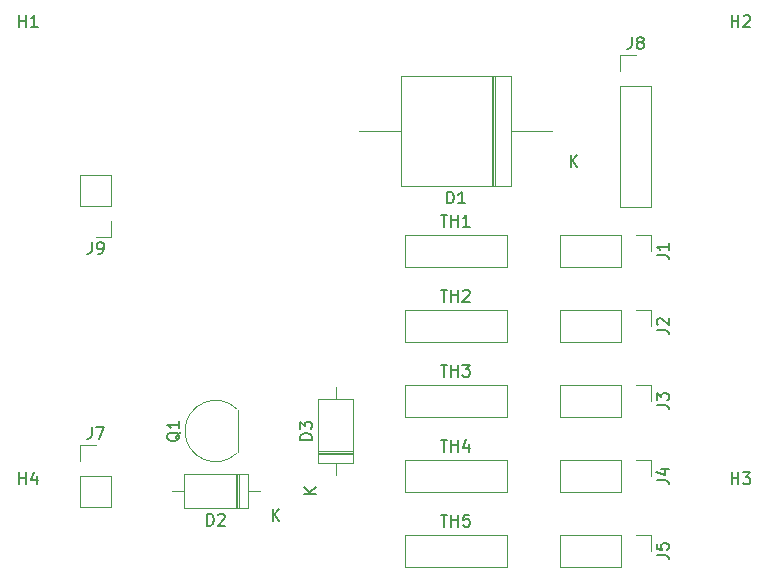
<source format=gbr>
%TF.GenerationSoftware,KiCad,Pcbnew,7.0.9*%
%TF.CreationDate,2024-02-06T23:46:10-08:00*%
%TF.ProjectId,AaronMotorDriver,4161726f-6e4d-46f7-946f-724472697665,rev?*%
%TF.SameCoordinates,Original*%
%TF.FileFunction,Legend,Top*%
%TF.FilePolarity,Positive*%
%FSLAX46Y46*%
G04 Gerber Fmt 4.6, Leading zero omitted, Abs format (unit mm)*
G04 Created by KiCad (PCBNEW 7.0.9) date 2024-02-06 23:46:10*
%MOMM*%
%LPD*%
G01*
G04 APERTURE LIST*
%ADD10C,0.150000*%
%ADD11C,0.120000*%
G04 APERTURE END LIST*
D10*
X100203095Y-111189819D02*
X100203095Y-110189819D01*
X100203095Y-110666009D02*
X100774523Y-110666009D01*
X100774523Y-111189819D02*
X100774523Y-110189819D01*
X101679285Y-110523152D02*
X101679285Y-111189819D01*
X101441190Y-110142200D02*
X101203095Y-110856485D01*
X101203095Y-110856485D02*
X101822142Y-110856485D01*
X160528095Y-111189819D02*
X160528095Y-110189819D01*
X160528095Y-110666009D02*
X161099523Y-110666009D01*
X161099523Y-111189819D02*
X161099523Y-110189819D01*
X161480476Y-110189819D02*
X162099523Y-110189819D01*
X162099523Y-110189819D02*
X161766190Y-110570771D01*
X161766190Y-110570771D02*
X161909047Y-110570771D01*
X161909047Y-110570771D02*
X162004285Y-110618390D01*
X162004285Y-110618390D02*
X162051904Y-110666009D01*
X162051904Y-110666009D02*
X162099523Y-110761247D01*
X162099523Y-110761247D02*
X162099523Y-110999342D01*
X162099523Y-110999342D02*
X162051904Y-111094580D01*
X162051904Y-111094580D02*
X162004285Y-111142200D01*
X162004285Y-111142200D02*
X161909047Y-111189819D01*
X161909047Y-111189819D02*
X161623333Y-111189819D01*
X161623333Y-111189819D02*
X161528095Y-111142200D01*
X161528095Y-111142200D02*
X161480476Y-111094580D01*
X160528095Y-72454819D02*
X160528095Y-71454819D01*
X160528095Y-71931009D02*
X161099523Y-71931009D01*
X161099523Y-72454819D02*
X161099523Y-71454819D01*
X161528095Y-71550057D02*
X161575714Y-71502438D01*
X161575714Y-71502438D02*
X161670952Y-71454819D01*
X161670952Y-71454819D02*
X161909047Y-71454819D01*
X161909047Y-71454819D02*
X162004285Y-71502438D01*
X162004285Y-71502438D02*
X162051904Y-71550057D01*
X162051904Y-71550057D02*
X162099523Y-71645295D01*
X162099523Y-71645295D02*
X162099523Y-71740533D01*
X162099523Y-71740533D02*
X162051904Y-71883390D01*
X162051904Y-71883390D02*
X161480476Y-72454819D01*
X161480476Y-72454819D02*
X162099523Y-72454819D01*
X100203095Y-72454819D02*
X100203095Y-71454819D01*
X100203095Y-71931009D02*
X100774523Y-71931009D01*
X100774523Y-72454819D02*
X100774523Y-71454819D01*
X101774523Y-72454819D02*
X101203095Y-72454819D01*
X101488809Y-72454819D02*
X101488809Y-71454819D01*
X101488809Y-71454819D02*
X101393571Y-71597676D01*
X101393571Y-71597676D02*
X101298333Y-71692914D01*
X101298333Y-71692914D02*
X101203095Y-71740533D01*
X135874286Y-113774819D02*
X136445714Y-113774819D01*
X136160000Y-114774819D02*
X136160000Y-113774819D01*
X136779048Y-114774819D02*
X136779048Y-113774819D01*
X136779048Y-114251009D02*
X137350476Y-114251009D01*
X137350476Y-114774819D02*
X137350476Y-113774819D01*
X138302857Y-113774819D02*
X137826667Y-113774819D01*
X137826667Y-113774819D02*
X137779048Y-114251009D01*
X137779048Y-114251009D02*
X137826667Y-114203390D01*
X137826667Y-114203390D02*
X137921905Y-114155771D01*
X137921905Y-114155771D02*
X138160000Y-114155771D01*
X138160000Y-114155771D02*
X138255238Y-114203390D01*
X138255238Y-114203390D02*
X138302857Y-114251009D01*
X138302857Y-114251009D02*
X138350476Y-114346247D01*
X138350476Y-114346247D02*
X138350476Y-114584342D01*
X138350476Y-114584342D02*
X138302857Y-114679580D01*
X138302857Y-114679580D02*
X138255238Y-114727200D01*
X138255238Y-114727200D02*
X138160000Y-114774819D01*
X138160000Y-114774819D02*
X137921905Y-114774819D01*
X137921905Y-114774819D02*
X137826667Y-114727200D01*
X137826667Y-114727200D02*
X137779048Y-114679580D01*
X135874286Y-107424819D02*
X136445714Y-107424819D01*
X136160000Y-108424819D02*
X136160000Y-107424819D01*
X136779048Y-108424819D02*
X136779048Y-107424819D01*
X136779048Y-107901009D02*
X137350476Y-107901009D01*
X137350476Y-108424819D02*
X137350476Y-107424819D01*
X138255238Y-107758152D02*
X138255238Y-108424819D01*
X138017143Y-107377200D02*
X137779048Y-108091485D01*
X137779048Y-108091485D02*
X138398095Y-108091485D01*
X135874286Y-101074819D02*
X136445714Y-101074819D01*
X136160000Y-102074819D02*
X136160000Y-101074819D01*
X136779048Y-102074819D02*
X136779048Y-101074819D01*
X136779048Y-101551009D02*
X137350476Y-101551009D01*
X137350476Y-102074819D02*
X137350476Y-101074819D01*
X137731429Y-101074819D02*
X138350476Y-101074819D01*
X138350476Y-101074819D02*
X138017143Y-101455771D01*
X138017143Y-101455771D02*
X138160000Y-101455771D01*
X138160000Y-101455771D02*
X138255238Y-101503390D01*
X138255238Y-101503390D02*
X138302857Y-101551009D01*
X138302857Y-101551009D02*
X138350476Y-101646247D01*
X138350476Y-101646247D02*
X138350476Y-101884342D01*
X138350476Y-101884342D02*
X138302857Y-101979580D01*
X138302857Y-101979580D02*
X138255238Y-102027200D01*
X138255238Y-102027200D02*
X138160000Y-102074819D01*
X138160000Y-102074819D02*
X137874286Y-102074819D01*
X137874286Y-102074819D02*
X137779048Y-102027200D01*
X137779048Y-102027200D02*
X137731429Y-101979580D01*
X135874286Y-94724819D02*
X136445714Y-94724819D01*
X136160000Y-95724819D02*
X136160000Y-94724819D01*
X136779048Y-95724819D02*
X136779048Y-94724819D01*
X136779048Y-95201009D02*
X137350476Y-95201009D01*
X137350476Y-95724819D02*
X137350476Y-94724819D01*
X137779048Y-94820057D02*
X137826667Y-94772438D01*
X137826667Y-94772438D02*
X137921905Y-94724819D01*
X137921905Y-94724819D02*
X138160000Y-94724819D01*
X138160000Y-94724819D02*
X138255238Y-94772438D01*
X138255238Y-94772438D02*
X138302857Y-94820057D01*
X138302857Y-94820057D02*
X138350476Y-94915295D01*
X138350476Y-94915295D02*
X138350476Y-95010533D01*
X138350476Y-95010533D02*
X138302857Y-95153390D01*
X138302857Y-95153390D02*
X137731429Y-95724819D01*
X137731429Y-95724819D02*
X138350476Y-95724819D01*
X135874286Y-88374819D02*
X136445714Y-88374819D01*
X136160000Y-89374819D02*
X136160000Y-88374819D01*
X136779048Y-89374819D02*
X136779048Y-88374819D01*
X136779048Y-88851009D02*
X137350476Y-88851009D01*
X137350476Y-89374819D02*
X137350476Y-88374819D01*
X138350476Y-89374819D02*
X137779048Y-89374819D01*
X138064762Y-89374819D02*
X138064762Y-88374819D01*
X138064762Y-88374819D02*
X137969524Y-88517676D01*
X137969524Y-88517676D02*
X137874286Y-88612914D01*
X137874286Y-88612914D02*
X137779048Y-88660533D01*
X113830057Y-106775238D02*
X113782438Y-106870476D01*
X113782438Y-106870476D02*
X113687200Y-106965714D01*
X113687200Y-106965714D02*
X113544342Y-107108571D01*
X113544342Y-107108571D02*
X113496723Y-107203809D01*
X113496723Y-107203809D02*
X113496723Y-107299047D01*
X113734819Y-107251428D02*
X113687200Y-107346666D01*
X113687200Y-107346666D02*
X113591961Y-107441904D01*
X113591961Y-107441904D02*
X113401485Y-107489523D01*
X113401485Y-107489523D02*
X113068152Y-107489523D01*
X113068152Y-107489523D02*
X112877676Y-107441904D01*
X112877676Y-107441904D02*
X112782438Y-107346666D01*
X112782438Y-107346666D02*
X112734819Y-107251428D01*
X112734819Y-107251428D02*
X112734819Y-107060952D01*
X112734819Y-107060952D02*
X112782438Y-106965714D01*
X112782438Y-106965714D02*
X112877676Y-106870476D01*
X112877676Y-106870476D02*
X113068152Y-106822857D01*
X113068152Y-106822857D02*
X113401485Y-106822857D01*
X113401485Y-106822857D02*
X113591961Y-106870476D01*
X113591961Y-106870476D02*
X113687200Y-106965714D01*
X113687200Y-106965714D02*
X113734819Y-107060952D01*
X113734819Y-107060952D02*
X113734819Y-107251428D01*
X113734819Y-105870476D02*
X113734819Y-106441904D01*
X113734819Y-106156190D02*
X112734819Y-106156190D01*
X112734819Y-106156190D02*
X112877676Y-106251428D01*
X112877676Y-106251428D02*
X112972914Y-106346666D01*
X112972914Y-106346666D02*
X113020533Y-106441904D01*
X106346666Y-90684819D02*
X106346666Y-91399104D01*
X106346666Y-91399104D02*
X106299047Y-91541961D01*
X106299047Y-91541961D02*
X106203809Y-91637200D01*
X106203809Y-91637200D02*
X106060952Y-91684819D01*
X106060952Y-91684819D02*
X105965714Y-91684819D01*
X106870476Y-91684819D02*
X107060952Y-91684819D01*
X107060952Y-91684819D02*
X107156190Y-91637200D01*
X107156190Y-91637200D02*
X107203809Y-91589580D01*
X107203809Y-91589580D02*
X107299047Y-91446723D01*
X107299047Y-91446723D02*
X107346666Y-91256247D01*
X107346666Y-91256247D02*
X107346666Y-90875295D01*
X107346666Y-90875295D02*
X107299047Y-90780057D01*
X107299047Y-90780057D02*
X107251428Y-90732438D01*
X107251428Y-90732438D02*
X107156190Y-90684819D01*
X107156190Y-90684819D02*
X106965714Y-90684819D01*
X106965714Y-90684819D02*
X106870476Y-90732438D01*
X106870476Y-90732438D02*
X106822857Y-90780057D01*
X106822857Y-90780057D02*
X106775238Y-90875295D01*
X106775238Y-90875295D02*
X106775238Y-91113390D01*
X106775238Y-91113390D02*
X106822857Y-91208628D01*
X106822857Y-91208628D02*
X106870476Y-91256247D01*
X106870476Y-91256247D02*
X106965714Y-91303866D01*
X106965714Y-91303866D02*
X107156190Y-91303866D01*
X107156190Y-91303866D02*
X107251428Y-91256247D01*
X107251428Y-91256247D02*
X107299047Y-91208628D01*
X107299047Y-91208628D02*
X107346666Y-91113390D01*
X152066666Y-73324819D02*
X152066666Y-74039104D01*
X152066666Y-74039104D02*
X152019047Y-74181961D01*
X152019047Y-74181961D02*
X151923809Y-74277200D01*
X151923809Y-74277200D02*
X151780952Y-74324819D01*
X151780952Y-74324819D02*
X151685714Y-74324819D01*
X152685714Y-73753390D02*
X152590476Y-73705771D01*
X152590476Y-73705771D02*
X152542857Y-73658152D01*
X152542857Y-73658152D02*
X152495238Y-73562914D01*
X152495238Y-73562914D02*
X152495238Y-73515295D01*
X152495238Y-73515295D02*
X152542857Y-73420057D01*
X152542857Y-73420057D02*
X152590476Y-73372438D01*
X152590476Y-73372438D02*
X152685714Y-73324819D01*
X152685714Y-73324819D02*
X152876190Y-73324819D01*
X152876190Y-73324819D02*
X152971428Y-73372438D01*
X152971428Y-73372438D02*
X153019047Y-73420057D01*
X153019047Y-73420057D02*
X153066666Y-73515295D01*
X153066666Y-73515295D02*
X153066666Y-73562914D01*
X153066666Y-73562914D02*
X153019047Y-73658152D01*
X153019047Y-73658152D02*
X152971428Y-73705771D01*
X152971428Y-73705771D02*
X152876190Y-73753390D01*
X152876190Y-73753390D02*
X152685714Y-73753390D01*
X152685714Y-73753390D02*
X152590476Y-73801009D01*
X152590476Y-73801009D02*
X152542857Y-73848628D01*
X152542857Y-73848628D02*
X152495238Y-73943866D01*
X152495238Y-73943866D02*
X152495238Y-74134342D01*
X152495238Y-74134342D02*
X152542857Y-74229580D01*
X152542857Y-74229580D02*
X152590476Y-74277200D01*
X152590476Y-74277200D02*
X152685714Y-74324819D01*
X152685714Y-74324819D02*
X152876190Y-74324819D01*
X152876190Y-74324819D02*
X152971428Y-74277200D01*
X152971428Y-74277200D02*
X153019047Y-74229580D01*
X153019047Y-74229580D02*
X153066666Y-74134342D01*
X153066666Y-74134342D02*
X153066666Y-73943866D01*
X153066666Y-73943866D02*
X153019047Y-73848628D01*
X153019047Y-73848628D02*
X152971428Y-73801009D01*
X152971428Y-73801009D02*
X152876190Y-73753390D01*
X106346666Y-106344819D02*
X106346666Y-107059104D01*
X106346666Y-107059104D02*
X106299047Y-107201961D01*
X106299047Y-107201961D02*
X106203809Y-107297200D01*
X106203809Y-107297200D02*
X106060952Y-107344819D01*
X106060952Y-107344819D02*
X105965714Y-107344819D01*
X106727619Y-106344819D02*
X107394285Y-106344819D01*
X107394285Y-106344819D02*
X106965714Y-107344819D01*
X154184819Y-117173333D02*
X154899104Y-117173333D01*
X154899104Y-117173333D02*
X155041961Y-117220952D01*
X155041961Y-117220952D02*
X155137200Y-117316190D01*
X155137200Y-117316190D02*
X155184819Y-117459047D01*
X155184819Y-117459047D02*
X155184819Y-117554285D01*
X154184819Y-116220952D02*
X154184819Y-116697142D01*
X154184819Y-116697142D02*
X154661009Y-116744761D01*
X154661009Y-116744761D02*
X154613390Y-116697142D01*
X154613390Y-116697142D02*
X154565771Y-116601904D01*
X154565771Y-116601904D02*
X154565771Y-116363809D01*
X154565771Y-116363809D02*
X154613390Y-116268571D01*
X154613390Y-116268571D02*
X154661009Y-116220952D01*
X154661009Y-116220952D02*
X154756247Y-116173333D01*
X154756247Y-116173333D02*
X154994342Y-116173333D01*
X154994342Y-116173333D02*
X155089580Y-116220952D01*
X155089580Y-116220952D02*
X155137200Y-116268571D01*
X155137200Y-116268571D02*
X155184819Y-116363809D01*
X155184819Y-116363809D02*
X155184819Y-116601904D01*
X155184819Y-116601904D02*
X155137200Y-116697142D01*
X155137200Y-116697142D02*
X155089580Y-116744761D01*
X154184819Y-110823333D02*
X154899104Y-110823333D01*
X154899104Y-110823333D02*
X155041961Y-110870952D01*
X155041961Y-110870952D02*
X155137200Y-110966190D01*
X155137200Y-110966190D02*
X155184819Y-111109047D01*
X155184819Y-111109047D02*
X155184819Y-111204285D01*
X154518152Y-109918571D02*
X155184819Y-109918571D01*
X154137200Y-110156666D02*
X154851485Y-110394761D01*
X154851485Y-110394761D02*
X154851485Y-109775714D01*
X154184819Y-104473333D02*
X154899104Y-104473333D01*
X154899104Y-104473333D02*
X155041961Y-104520952D01*
X155041961Y-104520952D02*
X155137200Y-104616190D01*
X155137200Y-104616190D02*
X155184819Y-104759047D01*
X155184819Y-104759047D02*
X155184819Y-104854285D01*
X154184819Y-104092380D02*
X154184819Y-103473333D01*
X154184819Y-103473333D02*
X154565771Y-103806666D01*
X154565771Y-103806666D02*
X154565771Y-103663809D01*
X154565771Y-103663809D02*
X154613390Y-103568571D01*
X154613390Y-103568571D02*
X154661009Y-103520952D01*
X154661009Y-103520952D02*
X154756247Y-103473333D01*
X154756247Y-103473333D02*
X154994342Y-103473333D01*
X154994342Y-103473333D02*
X155089580Y-103520952D01*
X155089580Y-103520952D02*
X155137200Y-103568571D01*
X155137200Y-103568571D02*
X155184819Y-103663809D01*
X155184819Y-103663809D02*
X155184819Y-103949523D01*
X155184819Y-103949523D02*
X155137200Y-104044761D01*
X155137200Y-104044761D02*
X155089580Y-104092380D01*
X154184819Y-98123333D02*
X154899104Y-98123333D01*
X154899104Y-98123333D02*
X155041961Y-98170952D01*
X155041961Y-98170952D02*
X155137200Y-98266190D01*
X155137200Y-98266190D02*
X155184819Y-98409047D01*
X155184819Y-98409047D02*
X155184819Y-98504285D01*
X154280057Y-97694761D02*
X154232438Y-97647142D01*
X154232438Y-97647142D02*
X154184819Y-97551904D01*
X154184819Y-97551904D02*
X154184819Y-97313809D01*
X154184819Y-97313809D02*
X154232438Y-97218571D01*
X154232438Y-97218571D02*
X154280057Y-97170952D01*
X154280057Y-97170952D02*
X154375295Y-97123333D01*
X154375295Y-97123333D02*
X154470533Y-97123333D01*
X154470533Y-97123333D02*
X154613390Y-97170952D01*
X154613390Y-97170952D02*
X155184819Y-97742380D01*
X155184819Y-97742380D02*
X155184819Y-97123333D01*
X154184819Y-91773333D02*
X154899104Y-91773333D01*
X154899104Y-91773333D02*
X155041961Y-91820952D01*
X155041961Y-91820952D02*
X155137200Y-91916190D01*
X155137200Y-91916190D02*
X155184819Y-92059047D01*
X155184819Y-92059047D02*
X155184819Y-92154285D01*
X155184819Y-90773333D02*
X155184819Y-91344761D01*
X155184819Y-91059047D02*
X154184819Y-91059047D01*
X154184819Y-91059047D02*
X154327676Y-91154285D01*
X154327676Y-91154285D02*
X154422914Y-91249523D01*
X154422914Y-91249523D02*
X154470533Y-91344761D01*
X124984819Y-107418094D02*
X123984819Y-107418094D01*
X123984819Y-107418094D02*
X123984819Y-107179999D01*
X123984819Y-107179999D02*
X124032438Y-107037142D01*
X124032438Y-107037142D02*
X124127676Y-106941904D01*
X124127676Y-106941904D02*
X124222914Y-106894285D01*
X124222914Y-106894285D02*
X124413390Y-106846666D01*
X124413390Y-106846666D02*
X124556247Y-106846666D01*
X124556247Y-106846666D02*
X124746723Y-106894285D01*
X124746723Y-106894285D02*
X124841961Y-106941904D01*
X124841961Y-106941904D02*
X124937200Y-107037142D01*
X124937200Y-107037142D02*
X124984819Y-107179999D01*
X124984819Y-107179999D02*
X124984819Y-107418094D01*
X123984819Y-106513332D02*
X123984819Y-105894285D01*
X123984819Y-105894285D02*
X124365771Y-106227618D01*
X124365771Y-106227618D02*
X124365771Y-106084761D01*
X124365771Y-106084761D02*
X124413390Y-105989523D01*
X124413390Y-105989523D02*
X124461009Y-105941904D01*
X124461009Y-105941904D02*
X124556247Y-105894285D01*
X124556247Y-105894285D02*
X124794342Y-105894285D01*
X124794342Y-105894285D02*
X124889580Y-105941904D01*
X124889580Y-105941904D02*
X124937200Y-105989523D01*
X124937200Y-105989523D02*
X124984819Y-106084761D01*
X124984819Y-106084761D02*
X124984819Y-106370475D01*
X124984819Y-106370475D02*
X124937200Y-106465713D01*
X124937200Y-106465713D02*
X124889580Y-106513332D01*
X125354819Y-112021904D02*
X124354819Y-112021904D01*
X125354819Y-111450476D02*
X124783390Y-111879047D01*
X124354819Y-111450476D02*
X124926247Y-112021904D01*
X116101905Y-114684819D02*
X116101905Y-113684819D01*
X116101905Y-113684819D02*
X116340000Y-113684819D01*
X116340000Y-113684819D02*
X116482857Y-113732438D01*
X116482857Y-113732438D02*
X116578095Y-113827676D01*
X116578095Y-113827676D02*
X116625714Y-113922914D01*
X116625714Y-113922914D02*
X116673333Y-114113390D01*
X116673333Y-114113390D02*
X116673333Y-114256247D01*
X116673333Y-114256247D02*
X116625714Y-114446723D01*
X116625714Y-114446723D02*
X116578095Y-114541961D01*
X116578095Y-114541961D02*
X116482857Y-114637200D01*
X116482857Y-114637200D02*
X116340000Y-114684819D01*
X116340000Y-114684819D02*
X116101905Y-114684819D01*
X117054286Y-113780057D02*
X117101905Y-113732438D01*
X117101905Y-113732438D02*
X117197143Y-113684819D01*
X117197143Y-113684819D02*
X117435238Y-113684819D01*
X117435238Y-113684819D02*
X117530476Y-113732438D01*
X117530476Y-113732438D02*
X117578095Y-113780057D01*
X117578095Y-113780057D02*
X117625714Y-113875295D01*
X117625714Y-113875295D02*
X117625714Y-113970533D01*
X117625714Y-113970533D02*
X117578095Y-114113390D01*
X117578095Y-114113390D02*
X117006667Y-114684819D01*
X117006667Y-114684819D02*
X117625714Y-114684819D01*
X121658095Y-114314819D02*
X121658095Y-113314819D01*
X122229523Y-114314819D02*
X121800952Y-113743390D01*
X122229523Y-113314819D02*
X121658095Y-113886247D01*
X136421905Y-87404819D02*
X136421905Y-86404819D01*
X136421905Y-86404819D02*
X136660000Y-86404819D01*
X136660000Y-86404819D02*
X136802857Y-86452438D01*
X136802857Y-86452438D02*
X136898095Y-86547676D01*
X136898095Y-86547676D02*
X136945714Y-86642914D01*
X136945714Y-86642914D02*
X136993333Y-86833390D01*
X136993333Y-86833390D02*
X136993333Y-86976247D01*
X136993333Y-86976247D02*
X136945714Y-87166723D01*
X136945714Y-87166723D02*
X136898095Y-87261961D01*
X136898095Y-87261961D02*
X136802857Y-87357200D01*
X136802857Y-87357200D02*
X136660000Y-87404819D01*
X136660000Y-87404819D02*
X136421905Y-87404819D01*
X137945714Y-87404819D02*
X137374286Y-87404819D01*
X137660000Y-87404819D02*
X137660000Y-86404819D01*
X137660000Y-86404819D02*
X137564762Y-86547676D01*
X137564762Y-86547676D02*
X137469524Y-86642914D01*
X137469524Y-86642914D02*
X137374286Y-86690533D01*
X146898095Y-84334819D02*
X146898095Y-83334819D01*
X147469523Y-84334819D02*
X147040952Y-83763390D01*
X147469523Y-83334819D02*
X146898095Y-83906247D01*
D11*
%TO.C,TH5*%
X132850000Y-118230000D02*
X141470000Y-118230000D01*
X132850000Y-115450000D02*
X132850000Y-118230000D01*
X132850000Y-115450000D02*
X141470000Y-115450000D01*
X141470000Y-115450000D02*
X141470000Y-118230000D01*
%TO.C,TH4*%
X132850000Y-111880000D02*
X141470000Y-111880000D01*
X132850000Y-109100000D02*
X132850000Y-111880000D01*
X132850000Y-109100000D02*
X141470000Y-109100000D01*
X141470000Y-109100000D02*
X141470000Y-111880000D01*
%TO.C,TH3*%
X141470000Y-102750000D02*
X141470000Y-105530000D01*
X132850000Y-102750000D02*
X141470000Y-102750000D01*
X132850000Y-102750000D02*
X132850000Y-105530000D01*
X132850000Y-105530000D02*
X141470000Y-105530000D01*
%TO.C,TH2*%
X132850000Y-99180000D02*
X141470000Y-99180000D01*
X132850000Y-96400000D02*
X132850000Y-99180000D01*
X132850000Y-96400000D02*
X141470000Y-96400000D01*
X141470000Y-96400000D02*
X141470000Y-99180000D01*
%TO.C,TH1*%
X132850000Y-92830000D02*
X141470000Y-92830000D01*
X132850000Y-90050000D02*
X132850000Y-92830000D01*
X132850000Y-90050000D02*
X141470000Y-90050000D01*
X141470000Y-90050000D02*
X141470000Y-92830000D01*
%TO.C,Q1*%
X118690000Y-108480000D02*
X118690000Y-104880000D01*
X118678478Y-104841522D02*
G75*
G03*
X114240000Y-106680000I-1838478J-1838478D01*
G01*
X114240000Y-106680000D02*
G75*
G03*
X118678478Y-108518478I2600000J0D01*
G01*
%TO.C,J9*%
X108010000Y-88900000D02*
X108010000Y-90230000D01*
X108010000Y-85030000D02*
X105350000Y-85030000D01*
X108010000Y-87630000D02*
X108010000Y-85030000D01*
X108010000Y-87630000D02*
X105350000Y-87630000D01*
X108010000Y-90230000D02*
X106680000Y-90230000D01*
X105350000Y-87630000D02*
X105350000Y-85030000D01*
%TO.C,J8*%
X153730000Y-77470000D02*
X153730000Y-87690000D01*
X151070000Y-74870000D02*
X152400000Y-74870000D01*
X151070000Y-77470000D02*
X151070000Y-87690000D01*
X151070000Y-87690000D02*
X153730000Y-87690000D01*
X151070000Y-77470000D02*
X153730000Y-77470000D01*
X151070000Y-76200000D02*
X151070000Y-74870000D01*
%TO.C,J7*%
X105350000Y-109220000D02*
X105350000Y-107890000D01*
X105350000Y-113090000D02*
X108010000Y-113090000D01*
X105350000Y-110490000D02*
X105350000Y-113090000D01*
X105350000Y-110490000D02*
X108010000Y-110490000D01*
X105350000Y-107890000D02*
X106680000Y-107890000D01*
X108010000Y-110490000D02*
X108010000Y-113090000D01*
%TO.C,J5*%
X151130000Y-115510000D02*
X151130000Y-118170000D01*
X153730000Y-115510000D02*
X153730000Y-116840000D01*
X151130000Y-118170000D02*
X145990000Y-118170000D01*
X152400000Y-115510000D02*
X153730000Y-115510000D01*
X151130000Y-115510000D02*
X145990000Y-115510000D01*
X145990000Y-115510000D02*
X145990000Y-118170000D01*
%TO.C,J4*%
X145990000Y-109160000D02*
X145990000Y-111820000D01*
X151130000Y-109160000D02*
X145990000Y-109160000D01*
X152400000Y-109160000D02*
X153730000Y-109160000D01*
X151130000Y-111820000D02*
X145990000Y-111820000D01*
X153730000Y-109160000D02*
X153730000Y-110490000D01*
X151130000Y-109160000D02*
X151130000Y-111820000D01*
%TO.C,J3*%
X145990000Y-102810000D02*
X145990000Y-105470000D01*
X151130000Y-102810000D02*
X145990000Y-102810000D01*
X152400000Y-102810000D02*
X153730000Y-102810000D01*
X151130000Y-105470000D02*
X145990000Y-105470000D01*
X153730000Y-102810000D02*
X153730000Y-104140000D01*
X151130000Y-102810000D02*
X151130000Y-105470000D01*
%TO.C,J2*%
X145990000Y-96460000D02*
X145990000Y-99120000D01*
X151130000Y-96460000D02*
X145990000Y-96460000D01*
X152400000Y-96460000D02*
X153730000Y-96460000D01*
X151130000Y-99120000D02*
X145990000Y-99120000D01*
X153730000Y-96460000D02*
X153730000Y-97790000D01*
X151130000Y-96460000D02*
X151130000Y-99120000D01*
%TO.C,J1*%
X151130000Y-90110000D02*
X151130000Y-92770000D01*
X153730000Y-90110000D02*
X153730000Y-91440000D01*
X151130000Y-92770000D02*
X145990000Y-92770000D01*
X152400000Y-90110000D02*
X153730000Y-90110000D01*
X151130000Y-90110000D02*
X145990000Y-90110000D01*
X145990000Y-90110000D02*
X145990000Y-92770000D01*
%TO.C,D3*%
X125530000Y-108500000D02*
X128470000Y-108500000D01*
X125530000Y-108380000D02*
X128470000Y-108380000D01*
X128470000Y-109400000D02*
X128470000Y-103960000D01*
X127000000Y-102940000D02*
X127000000Y-103960000D01*
X125530000Y-109400000D02*
X128470000Y-109400000D01*
X125530000Y-108620000D02*
X128470000Y-108620000D01*
X128470000Y-103960000D02*
X125530000Y-103960000D01*
X127000000Y-110420000D02*
X127000000Y-109400000D01*
X125530000Y-103960000D02*
X125530000Y-109400000D01*
%TO.C,D2*%
X118660000Y-113230000D02*
X118660000Y-110290000D01*
X118540000Y-113230000D02*
X118540000Y-110290000D01*
X119560000Y-110290000D02*
X114120000Y-110290000D01*
X113100000Y-111760000D02*
X114120000Y-111760000D01*
X119560000Y-113230000D02*
X119560000Y-110290000D01*
X118780000Y-113230000D02*
X118780000Y-110290000D01*
X114120000Y-110290000D02*
X114120000Y-113230000D01*
X120580000Y-111760000D02*
X119560000Y-111760000D01*
X114120000Y-113230000D02*
X119560000Y-113230000D01*
%TO.C,D1*%
X140225000Y-85950000D02*
X140225000Y-76610000D01*
X129000000Y-81280000D02*
X132490000Y-81280000D01*
X141830000Y-76610000D02*
X132490000Y-76610000D01*
X132490000Y-85950000D02*
X141830000Y-85950000D01*
X132490000Y-76610000D02*
X132490000Y-85950000D01*
X140465000Y-85950000D02*
X140465000Y-76610000D01*
X141830000Y-85950000D02*
X141830000Y-76610000D01*
X140345000Y-85950000D02*
X140345000Y-76610000D01*
X145320000Y-81280000D02*
X141830000Y-81280000D01*
%TD*%
M02*

</source>
